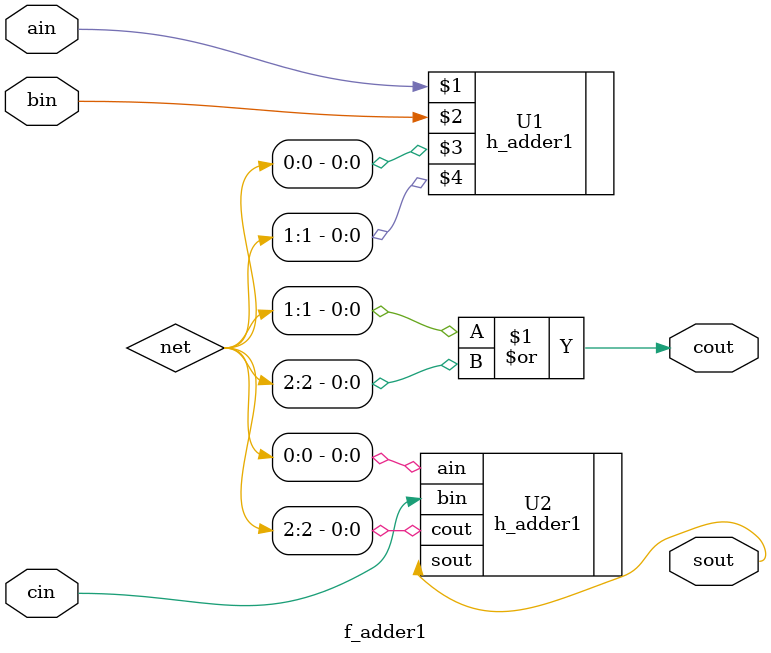
<source format=v>
module f_adder1(
	input ain,
	input bin,
	input cin,
	
	output sout,
	output cout
	);
	
	// reg
	
	// wire
	wire [2:0] net;
	// main code
	h_adder1 U1(ain,bin,net[0],net[1]);
	h_adder1 U2(.ain(net[0]),.bin(cin),.sout(sout),.cout(net[2]));
	or		U3(cout,net[1],net[2]);
	
endmodule
</source>
